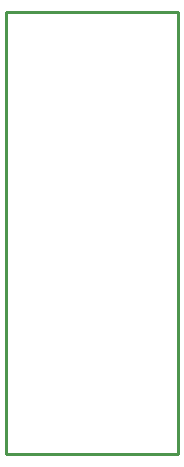
<source format=gbr>
G04 EAGLE Gerber RS-274X export*
G75*
%MOMM*%
%FSLAX34Y34*%
%LPD*%
%IN*%
%IPPOS*%
%AMOC8*
5,1,8,0,0,1.08239X$1,22.5*%
G01*
%ADD10C,0.254000*%


D10*
X-9525Y-9525D02*
X136400Y-9525D01*
X136400Y365025D01*
X-9525Y365025D01*
X-9525Y-9525D01*
M02*

</source>
